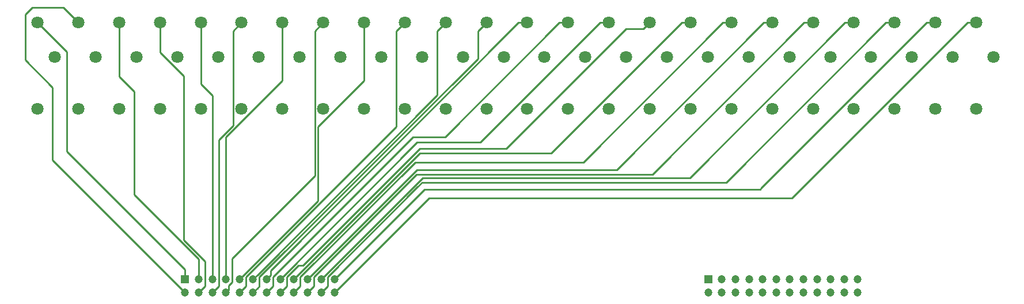
<source format=gbr>
G04 #@! TF.GenerationSoftware,KiCad,Pcbnew,(5.0.0)*
G04 #@! TF.CreationDate,2019-02-27T09:15:48+01:00*
G04 #@! TF.ProjectId,Potentiometer_mount_24LED,506F74656E74696F6D657465725F6D6F,rev?*
G04 #@! TF.SameCoordinates,Original*
G04 #@! TF.FileFunction,Copper,L1,Top,Signal*
G04 #@! TF.FilePolarity,Positive*
%FSLAX46Y46*%
G04 Gerber Fmt 4.6, Leading zero omitted, Abs format (unit mm)*
G04 Created by KiCad (PCBNEW (5.0.0)) date 02/27/19 09:15:48*
%MOMM*%
%LPD*%
G01*
G04 APERTURE LIST*
G04 #@! TA.AperFunction,ComponentPad*
%ADD10C,1.800000*%
G04 #@! TD*
G04 #@! TA.AperFunction,ComponentPad*
%ADD11C,1.200000*%
G04 #@! TD*
G04 #@! TA.AperFunction,ComponentPad*
%ADD12R,1.200000X1.200000*%
G04 #@! TD*
G04 #@! TA.AperFunction,Conductor*
%ADD13C,0.250000*%
G04 #@! TD*
G04 APERTURE END LIST*
D10*
G04 #@! TO.P,LED 1,3*
G04 #@! TO.N,Net-(J1-Pad1)*
X20000000Y-47300000D03*
G04 #@! TO.P,LED 1,2*
G04 #@! TO.N,Net-(J2-Pad1)*
X22540000Y-52380000D03*
G04 #@! TO.P,LED 1,1*
G04 #@! TO.N,Net-(RV1-Pad1)*
X20000000Y-60000000D03*
G04 #@! TD*
G04 #@! TO.P,LED 2,1*
G04 #@! TO.N,Net-(RV2-Pad1)*
X26000000Y-60000000D03*
G04 #@! TO.P,LED 2,2*
G04 #@! TO.N,Net-(J2-Pad2)*
X28540000Y-52380000D03*
G04 #@! TO.P,LED 2,3*
G04 #@! TO.N,Net-(J1-Pad2)*
X26000000Y-47300000D03*
G04 #@! TD*
G04 #@! TO.P,LED 3,3*
G04 #@! TO.N,Net-(J1-Pad3)*
X32000000Y-47300000D03*
G04 #@! TO.P,LED 3,2*
G04 #@! TO.N,Net-(J2-Pad3)*
X34540000Y-52380000D03*
G04 #@! TO.P,LED 3,1*
G04 #@! TO.N,Net-(RV3-Pad1)*
X32000000Y-60000000D03*
G04 #@! TD*
G04 #@! TO.P,LED 4,1*
G04 #@! TO.N,Net-(RV4-Pad1)*
X38000000Y-60000000D03*
G04 #@! TO.P,LED 4,2*
G04 #@! TO.N,Net-(J2-Pad4)*
X40540000Y-52380000D03*
G04 #@! TO.P,LED 4,3*
G04 #@! TO.N,Net-(J1-Pad4)*
X38000000Y-47300000D03*
G04 #@! TD*
D11*
G04 #@! TO.P,From Stimulator,24*
G04 #@! TO.N,Net-(J1-Pad24)*
X63700000Y-87000000D03*
G04 #@! TO.P,From Stimulator,22*
G04 #@! TO.N,Net-(J1-Pad22)*
X61700000Y-87000000D03*
G04 #@! TO.P,From Stimulator,20*
G04 #@! TO.N,Net-(J1-Pad20)*
X59700000Y-87000000D03*
G04 #@! TO.P,From Stimulator,18*
G04 #@! TO.N,Net-(J1-Pad18)*
X57700000Y-87000000D03*
G04 #@! TO.P,From Stimulator,16*
G04 #@! TO.N,Net-(J1-Pad16)*
X55700000Y-87000000D03*
G04 #@! TO.P,From Stimulator,14*
G04 #@! TO.N,Net-(J1-Pad14)*
X53700000Y-87000000D03*
G04 #@! TO.P,From Stimulator,12*
G04 #@! TO.N,Net-(J1-Pad12)*
X51700000Y-87000000D03*
G04 #@! TO.P,From Stimulator,10*
G04 #@! TO.N,Net-(J1-Pad10)*
X49700000Y-87000000D03*
G04 #@! TO.P,From Stimulator,8*
G04 #@! TO.N,Net-(J1-Pad8)*
X47700000Y-87000000D03*
G04 #@! TO.P,From Stimulator,6*
G04 #@! TO.N,Net-(J1-Pad6)*
X45700000Y-87000000D03*
G04 #@! TO.P,From Stimulator,4*
G04 #@! TO.N,Net-(J1-Pad4)*
X43700000Y-87000000D03*
G04 #@! TO.P,From Stimulator,2*
G04 #@! TO.N,Net-(J1-Pad2)*
X41700000Y-87000000D03*
G04 #@! TO.P,From Stimulator,23*
G04 #@! TO.N,Net-(J1-Pad23)*
X63700000Y-85000000D03*
G04 #@! TO.P,From Stimulator,21*
G04 #@! TO.N,Net-(J1-Pad21)*
X61700000Y-85000000D03*
G04 #@! TO.P,From Stimulator,19*
G04 #@! TO.N,Net-(J1-Pad19)*
X59700000Y-85000000D03*
G04 #@! TO.P,From Stimulator,17*
G04 #@! TO.N,Net-(J1-Pad17)*
X57700000Y-85000000D03*
G04 #@! TO.P,From Stimulator,15*
G04 #@! TO.N,Net-(J1-Pad15)*
X55700000Y-85000000D03*
G04 #@! TO.P,From Stimulator,13*
G04 #@! TO.N,Net-(J1-Pad13)*
X53700000Y-85000000D03*
G04 #@! TO.P,From Stimulator,11*
G04 #@! TO.N,Net-(J1-Pad11)*
X51700000Y-85000000D03*
G04 #@! TO.P,From Stimulator,9*
G04 #@! TO.N,Net-(J1-Pad9)*
X49700000Y-85000000D03*
G04 #@! TO.P,From Stimulator,7*
G04 #@! TO.N,Net-(J1-Pad7)*
X47700000Y-85000000D03*
G04 #@! TO.P,From Stimulator,5*
G04 #@! TO.N,Net-(J1-Pad5)*
X45700000Y-85000000D03*
G04 #@! TO.P,From Stimulator,3*
G04 #@! TO.N,Net-(J1-Pad3)*
X43700000Y-85000000D03*
D12*
G04 #@! TO.P,From Stimulator,1*
G04 #@! TO.N,Net-(J1-Pad1)*
X41700000Y-85000000D03*
G04 #@! TD*
G04 #@! TO.P,To LED,1*
G04 #@! TO.N,Net-(J2-Pad1)*
X118600000Y-85000000D03*
D11*
G04 #@! TO.P,To LED,3*
G04 #@! TO.N,Net-(J2-Pad3)*
X120600000Y-85000000D03*
G04 #@! TO.P,To LED,5*
G04 #@! TO.N,Net-(J2-Pad5)*
X122600000Y-85000000D03*
G04 #@! TO.P,To LED,7*
G04 #@! TO.N,Net-(J2-Pad7)*
X124600000Y-85000000D03*
G04 #@! TO.P,To LED,9*
G04 #@! TO.N,Net-(J2-Pad9)*
X126600000Y-85000000D03*
G04 #@! TO.P,To LED,11*
G04 #@! TO.N,Net-(J2-Pad11)*
X128600000Y-85000000D03*
G04 #@! TO.P,To LED,13*
G04 #@! TO.N,Net-(J2-Pad13)*
X130600000Y-85000000D03*
G04 #@! TO.P,To LED,15*
G04 #@! TO.N,Net-(J2-Pad15)*
X132600000Y-85000000D03*
G04 #@! TO.P,To LED,17*
G04 #@! TO.N,Net-(J2-Pad17)*
X134600000Y-85000000D03*
G04 #@! TO.P,To LED,19*
G04 #@! TO.N,Net-(J2-Pad19)*
X136600000Y-85000000D03*
G04 #@! TO.P,To LED,21*
G04 #@! TO.N,Net-(J2-Pad21)*
X138600000Y-85000000D03*
G04 #@! TO.P,To LED,23*
G04 #@! TO.N,Net-(J2-Pad23)*
X140600000Y-85000000D03*
G04 #@! TO.P,To LED,2*
G04 #@! TO.N,Net-(J2-Pad2)*
X118600000Y-87000000D03*
G04 #@! TO.P,To LED,4*
G04 #@! TO.N,Net-(J2-Pad4)*
X120600000Y-87000000D03*
G04 #@! TO.P,To LED,6*
G04 #@! TO.N,Net-(J2-Pad6)*
X122600000Y-87000000D03*
G04 #@! TO.P,To LED,8*
G04 #@! TO.N,Net-(J2-Pad8)*
X124600000Y-87000000D03*
G04 #@! TO.P,To LED,10*
G04 #@! TO.N,Net-(J2-Pad10)*
X126600000Y-87000000D03*
G04 #@! TO.P,To LED,12*
G04 #@! TO.N,Net-(J2-Pad12)*
X128600000Y-87000000D03*
G04 #@! TO.P,To LED,14*
G04 #@! TO.N,Net-(J2-Pad14)*
X130600000Y-87000000D03*
G04 #@! TO.P,To LED,16*
G04 #@! TO.N,Net-(J2-Pad16)*
X132600000Y-87000000D03*
G04 #@! TO.P,To LED,18*
G04 #@! TO.N,Net-(J2-Pad18)*
X134600000Y-87000000D03*
G04 #@! TO.P,To LED,20*
G04 #@! TO.N,Net-(J2-Pad20)*
X136600000Y-87000000D03*
G04 #@! TO.P,To LED,22*
G04 #@! TO.N,Net-(J2-Pad22)*
X138600000Y-87000000D03*
G04 #@! TO.P,To LED,24*
G04 #@! TO.N,Net-(J2-Pad24)*
X140600000Y-87000000D03*
G04 #@! TD*
D10*
G04 #@! TO.P,LED 5,1*
G04 #@! TO.N,Net-(RV5-Pad1)*
X44000000Y-60000000D03*
G04 #@! TO.P,LED 5,2*
G04 #@! TO.N,Net-(J2-Pad5)*
X46540000Y-52380000D03*
G04 #@! TO.P,LED 5,3*
G04 #@! TO.N,Net-(J1-Pad5)*
X44000000Y-47300000D03*
G04 #@! TD*
G04 #@! TO.P,LED 6,3*
G04 #@! TO.N,Net-(J1-Pad6)*
X50000000Y-47300000D03*
G04 #@! TO.P,LED 6,2*
G04 #@! TO.N,Net-(J2-Pad6)*
X52540000Y-52380000D03*
G04 #@! TO.P,LED 6,1*
G04 #@! TO.N,Net-(RV6-Pad1)*
X50000000Y-60000000D03*
G04 #@! TD*
G04 #@! TO.P,LED 7,1*
G04 #@! TO.N,Net-(RV7-Pad1)*
X56000000Y-60000000D03*
G04 #@! TO.P,LED 7,2*
G04 #@! TO.N,Net-(J2-Pad7)*
X58540000Y-52380000D03*
G04 #@! TO.P,LED 7,3*
G04 #@! TO.N,Net-(J1-Pad7)*
X56000000Y-47300000D03*
G04 #@! TD*
G04 #@! TO.P,LED 8,3*
G04 #@! TO.N,Net-(J1-Pad8)*
X62000000Y-47300000D03*
G04 #@! TO.P,LED 8,2*
G04 #@! TO.N,Net-(J2-Pad8)*
X64540000Y-52380000D03*
G04 #@! TO.P,LED 8,1*
G04 #@! TO.N,Net-(RV8-Pad1)*
X62000000Y-60000000D03*
G04 #@! TD*
G04 #@! TO.P,LED 9,1*
G04 #@! TO.N,Net-(RV9-Pad1)*
X68000000Y-60000000D03*
G04 #@! TO.P,LED 9,2*
G04 #@! TO.N,Net-(J2-Pad9)*
X70540000Y-52380000D03*
G04 #@! TO.P,LED 9,3*
G04 #@! TO.N,Net-(J1-Pad9)*
X68000000Y-47300000D03*
G04 #@! TD*
G04 #@! TO.P,LED 10,3*
G04 #@! TO.N,Net-(J1-Pad10)*
X74000000Y-47300000D03*
G04 #@! TO.P,LED 10,2*
G04 #@! TO.N,Net-(J2-Pad10)*
X76540000Y-52380000D03*
G04 #@! TO.P,LED 10,1*
G04 #@! TO.N,Net-(RV10-Pad1)*
X74000000Y-60000000D03*
G04 #@! TD*
G04 #@! TO.P, LED 11,1*
G04 #@! TO.N,Net-(RV11-Pad1)*
X80000000Y-60000000D03*
G04 #@! TO.P, LED 11,2*
G04 #@! TO.N,Net-(J2-Pad11)*
X82540000Y-52380000D03*
G04 #@! TO.P, LED 11,3*
G04 #@! TO.N,Net-(J1-Pad11)*
X80000000Y-47300000D03*
G04 #@! TD*
G04 #@! TO.P,LED 12,1*
G04 #@! TO.N,Net-(RV12-Pad1)*
X86000000Y-60000000D03*
G04 #@! TO.P,LED 12,2*
G04 #@! TO.N,Net-(J2-Pad12)*
X88540000Y-52380000D03*
G04 #@! TO.P,LED 12,3*
G04 #@! TO.N,Net-(J1-Pad12)*
X86000000Y-47300000D03*
G04 #@! TD*
G04 #@! TO.P,LED 13,1*
G04 #@! TO.N,Net-(RV13-Pad1)*
X92000000Y-60000000D03*
G04 #@! TO.P,LED 13,2*
G04 #@! TO.N,Net-(J2-Pad13)*
X94540000Y-52380000D03*
G04 #@! TO.P,LED 13,3*
G04 #@! TO.N,Net-(J1-Pad13)*
X92000000Y-47300000D03*
G04 #@! TD*
G04 #@! TO.P,LED 14,3*
G04 #@! TO.N,Net-(J1-Pad14)*
X98000000Y-47300000D03*
G04 #@! TO.P,LED 14,2*
G04 #@! TO.N,Net-(J2-Pad14)*
X100540000Y-52380000D03*
G04 #@! TO.P,LED 14,1*
G04 #@! TO.N,Net-(RV14-Pad1)*
X98000000Y-60000000D03*
G04 #@! TD*
G04 #@! TO.P,LED 15,1*
G04 #@! TO.N,Net-(RV15-Pad1)*
X104000000Y-60000000D03*
G04 #@! TO.P,LED 15,2*
G04 #@! TO.N,Net-(J2-Pad15)*
X106540000Y-52380000D03*
G04 #@! TO.P,LED 15,3*
G04 #@! TO.N,Net-(J1-Pad15)*
X104000000Y-47300000D03*
G04 #@! TD*
G04 #@! TO.P,LED 16,3*
G04 #@! TO.N,Net-(J1-Pad16)*
X110000000Y-47300000D03*
G04 #@! TO.P,LED 16,2*
G04 #@! TO.N,Net-(J2-Pad16)*
X112540000Y-52380000D03*
G04 #@! TO.P,LED 16,1*
G04 #@! TO.N,Net-(RV16-Pad1)*
X110000000Y-60000000D03*
G04 #@! TD*
G04 #@! TO.P,LED 17,1*
G04 #@! TO.N,Net-(RV17-Pad1)*
X116000000Y-60000000D03*
G04 #@! TO.P,LED 17,2*
G04 #@! TO.N,Net-(J2-Pad17)*
X118540000Y-52380000D03*
G04 #@! TO.P,LED 17,3*
G04 #@! TO.N,Net-(J1-Pad17)*
X116000000Y-47300000D03*
G04 #@! TD*
G04 #@! TO.P,LED 18,3*
G04 #@! TO.N,Net-(J1-Pad18)*
X122000000Y-47300000D03*
G04 #@! TO.P,LED 18,2*
G04 #@! TO.N,Net-(J2-Pad18)*
X124540000Y-52380000D03*
G04 #@! TO.P,LED 18,1*
G04 #@! TO.N,Net-(RV18-Pad1)*
X122000000Y-60000000D03*
G04 #@! TD*
G04 #@! TO.P,LED 19,1*
G04 #@! TO.N,Net-(RV19-Pad1)*
X128000000Y-60000000D03*
G04 #@! TO.P,LED 19,2*
G04 #@! TO.N,Net-(J2-Pad19)*
X130540000Y-52380000D03*
G04 #@! TO.P,LED 19,3*
G04 #@! TO.N,Net-(J1-Pad19)*
X128000000Y-47300000D03*
G04 #@! TD*
G04 #@! TO.P,LED 20,3*
G04 #@! TO.N,Net-(J1-Pad20)*
X134000000Y-47300000D03*
G04 #@! TO.P,LED 20,2*
G04 #@! TO.N,Net-(J2-Pad20)*
X136540000Y-52380000D03*
G04 #@! TO.P,LED 20,1*
G04 #@! TO.N,Net-(RV20-Pad1)*
X134000000Y-60000000D03*
G04 #@! TD*
G04 #@! TO.P,LED 21,1*
G04 #@! TO.N,Net-(RV21-Pad1)*
X140000000Y-60000000D03*
G04 #@! TO.P,LED 21,2*
G04 #@! TO.N,Net-(J2-Pad21)*
X142540000Y-52380000D03*
G04 #@! TO.P,LED 21,3*
G04 #@! TO.N,Net-(J1-Pad21)*
X140000000Y-47300000D03*
G04 #@! TD*
G04 #@! TO.P,LED 22,3*
G04 #@! TO.N,Net-(J1-Pad22)*
X146000000Y-47300000D03*
G04 #@! TO.P,LED 22,2*
G04 #@! TO.N,Net-(J2-Pad22)*
X148540000Y-52380000D03*
G04 #@! TO.P,LED 22,1*
G04 #@! TO.N,Net-(RV22-Pad1)*
X146000000Y-60000000D03*
G04 #@! TD*
G04 #@! TO.P,LED 23,1*
G04 #@! TO.N,Net-(RV23-Pad1)*
X152000000Y-60000000D03*
G04 #@! TO.P,LED 23,2*
G04 #@! TO.N,Net-(J2-Pad23)*
X154540000Y-52380000D03*
G04 #@! TO.P,LED 23,3*
G04 #@! TO.N,Net-(J1-Pad23)*
X152000000Y-47300000D03*
G04 #@! TD*
G04 #@! TO.P,LED 24,3*
G04 #@! TO.N,Net-(J1-Pad24)*
X158000000Y-47300000D03*
G04 #@! TO.P,LED 24,2*
G04 #@! TO.N,Net-(J2-Pad24)*
X160540000Y-52380000D03*
G04 #@! TO.P,LED 24,1*
G04 #@! TO.N,Net-(RV24-Pad1)*
X158000000Y-60000000D03*
G04 #@! TD*
D13*
G04 #@! TO.N,Net-(J1-Pad1)*
X20000000Y-47300000D02*
X24300000Y-51600000D01*
X24300000Y-51600000D02*
X24300000Y-66200000D01*
X41700000Y-83600000D02*
X41700000Y-85000000D01*
X24300000Y-66200000D02*
X41700000Y-83600000D01*
G04 #@! TO.N,Net-(J1-Pad2)*
X22200000Y-67500000D02*
X41700000Y-87000000D01*
X23800000Y-45100000D02*
X19200000Y-45100000D01*
X26000000Y-47300000D02*
X23800000Y-45100000D01*
X19200000Y-45100000D02*
X18200000Y-46100000D01*
X18200000Y-46100000D02*
X18200000Y-52800000D01*
X18200000Y-52800000D02*
X22200000Y-56800000D01*
X22200000Y-56800000D02*
X22200000Y-67500000D01*
G04 #@! TO.N,Net-(J1-Pad3)*
X32000000Y-47300000D02*
X32000000Y-55200000D01*
X32000000Y-55200000D02*
X34200000Y-57400000D01*
X34200000Y-57400000D02*
X34200000Y-72600000D01*
X43700000Y-82100000D02*
X43700000Y-85000000D01*
X34200000Y-72600000D02*
X43700000Y-82100000D01*
G04 #@! TO.N,Net-(J1-Pad4)*
X44299999Y-86400001D02*
X43700000Y-87000000D01*
X44625001Y-86074999D02*
X44299999Y-86400001D01*
X44625001Y-82388591D02*
X44625001Y-86074999D01*
X41500000Y-79263590D02*
X44625001Y-82388591D01*
X41500000Y-55153002D02*
X41500000Y-79263590D01*
X38000000Y-51653002D02*
X41500000Y-55153002D01*
X38000000Y-47300000D02*
X38000000Y-51653002D01*
G04 #@! TO.N,Net-(J1-Pad24)*
X156727208Y-47300000D02*
X130927208Y-73100000D01*
X158000000Y-47300000D02*
X156727208Y-47300000D01*
X77600000Y-73100000D02*
X63700000Y-87000000D01*
X130927208Y-73100000D02*
X77600000Y-73100000D01*
G04 #@! TO.N,Net-(J1-Pad22)*
X62299999Y-86400001D02*
X61700000Y-87000000D01*
X62625001Y-86074999D02*
X62299999Y-86400001D01*
X62625001Y-84711409D02*
X62625001Y-86074999D01*
X76536410Y-70800000D02*
X75900000Y-71436410D01*
X121227208Y-70800000D02*
X76536410Y-70800000D01*
X144727208Y-47300000D02*
X121227208Y-70800000D01*
X146000000Y-47300000D02*
X144727208Y-47300000D01*
X75900000Y-71436410D02*
X62625001Y-84711409D01*
G04 #@! TO.N,Net-(J1-Pad20)*
X60299999Y-86400001D02*
X59700000Y-87000000D01*
X132727208Y-47300000D02*
X110427208Y-69600000D01*
X75736410Y-69600000D02*
X60625001Y-84711409D01*
X134000000Y-47300000D02*
X132727208Y-47300000D01*
X110427208Y-69600000D02*
X75736410Y-69600000D01*
X60625001Y-84711409D02*
X60625001Y-86074999D01*
X60625001Y-86074999D02*
X60299999Y-86400001D01*
G04 #@! TO.N,Net-(J1-Pad18)*
X120727208Y-47300000D02*
X122000000Y-47300000D01*
X100227208Y-67800000D02*
X120727208Y-47300000D01*
X75536410Y-67800000D02*
X100227208Y-67800000D01*
X58625001Y-84711409D02*
X75536410Y-67800000D01*
X57700000Y-87000000D02*
X58625001Y-86074999D01*
X58625001Y-86074999D02*
X58625001Y-84711409D01*
G04 #@! TO.N,Net-(J1-Pad16)*
X106533003Y-48199999D02*
X88933002Y-65800000D01*
X110000000Y-47300000D02*
X109100001Y-48199999D01*
X109100001Y-48199999D02*
X106533003Y-48199999D01*
X88933002Y-65800000D02*
X76200000Y-65800000D01*
X56299999Y-86400001D02*
X55700000Y-87000000D01*
X56625001Y-86074999D02*
X56299999Y-86400001D01*
X56625001Y-84711409D02*
X56625001Y-86074999D01*
X58336410Y-83000000D02*
X56625001Y-84711409D01*
X59000000Y-83000000D02*
X58336410Y-83000000D01*
X76200000Y-65800000D02*
X59000000Y-83000000D01*
G04 #@! TO.N,Net-(J1-Pad14)*
X96727208Y-47300000D02*
X79927208Y-64100000D01*
X98000000Y-47300000D02*
X96727208Y-47300000D01*
X54299999Y-86400001D02*
X53700000Y-87000000D01*
X54625001Y-86074999D02*
X54299999Y-86400001D01*
X54625001Y-84711409D02*
X54625001Y-86074999D01*
X75236410Y-64100000D02*
X54625001Y-84711409D01*
X79927208Y-64100000D02*
X75236410Y-64100000D01*
G04 #@! TO.N,Net-(J1-Pad12)*
X52299999Y-86400001D02*
X51700000Y-87000000D01*
X52625001Y-86074999D02*
X52299999Y-86400001D01*
X52625001Y-84711409D02*
X52625001Y-86074999D01*
X84774999Y-52561411D02*
X52625001Y-84711409D01*
X84774999Y-48525001D02*
X84774999Y-52561411D01*
X86000000Y-47300000D02*
X84774999Y-48525001D01*
G04 #@! TO.N,Net-(J1-Pad10)*
X50299999Y-86400001D02*
X49700000Y-87000000D01*
X50625001Y-86074999D02*
X50299999Y-86400001D01*
X50625001Y-84711409D02*
X50625001Y-86074999D01*
X72774999Y-62561411D02*
X50625001Y-84711409D01*
X72774999Y-48525001D02*
X72774999Y-62561411D01*
X74000000Y-47300000D02*
X72774999Y-48525001D01*
G04 #@! TO.N,Net-(J1-Pad8)*
X48100000Y-86600000D02*
X47700000Y-87000000D01*
X48625001Y-85444001D02*
X48100000Y-85969002D01*
X48100000Y-85969002D02*
X48100000Y-86600000D01*
X60774999Y-69825001D02*
X48625001Y-81974999D01*
X48625001Y-81974999D02*
X48625001Y-85444001D01*
X60774999Y-48525001D02*
X60774999Y-69825001D01*
X62000000Y-47300000D02*
X60774999Y-48525001D01*
G04 #@! TO.N,Net-(J1-Pad6)*
X46299999Y-86400001D02*
X45700000Y-87000000D01*
X46625001Y-86074999D02*
X46299999Y-86400001D01*
X46625001Y-64551591D02*
X46625001Y-86074999D01*
X48774999Y-62401593D02*
X46625001Y-64551591D01*
X48774999Y-48525001D02*
X48774999Y-62401593D01*
X50000000Y-47300000D02*
X48774999Y-48525001D01*
G04 #@! TO.N,Net-(J1-Pad23)*
X152000000Y-47300000D02*
X150727208Y-47300000D01*
X126227208Y-71800000D02*
X126427208Y-71600000D01*
X76900000Y-71800000D02*
X126227208Y-71800000D01*
X63700000Y-85000000D02*
X76900000Y-71800000D01*
X150727208Y-47300000D02*
X126427208Y-71600000D01*
X126427208Y-71600000D02*
X126327208Y-71700000D01*
G04 #@! TO.N,Net-(J1-Pad21)*
X138727208Y-47300000D02*
X115927208Y-70100000D01*
X140000000Y-47300000D02*
X138727208Y-47300000D01*
X76600000Y-70100000D02*
X61700000Y-85000000D01*
X115927208Y-70100000D02*
X76600000Y-70100000D01*
G04 #@! TO.N,Net-(J1-Pad19)*
X126727208Y-47300000D02*
X128000000Y-47300000D01*
X105127208Y-68900000D02*
X126727208Y-47300000D01*
X59700000Y-85000000D02*
X75800000Y-68900000D01*
X75800000Y-68900000D02*
X105127208Y-68900000D01*
G04 #@! TO.N,Net-(J1-Pad17)*
X76200000Y-66500000D02*
X57700000Y-85000000D01*
X95527208Y-66500000D02*
X76200000Y-66500000D01*
X116000000Y-47300000D02*
X114727208Y-47300000D01*
X114727208Y-47300000D02*
X95527208Y-66500000D01*
G04 #@! TO.N,Net-(J1-Pad15)*
X102727208Y-47300000D02*
X85127208Y-64900000D01*
X104000000Y-47300000D02*
X102727208Y-47300000D01*
X75800000Y-64900000D02*
X55700000Y-85000000D01*
X85127208Y-64900000D02*
X75800000Y-64900000D01*
G04 #@! TO.N,Net-(J1-Pad13)*
X54299999Y-84400001D02*
X53700000Y-85000000D01*
X54299999Y-83727209D02*
X54299999Y-84400001D01*
X90727208Y-47300000D02*
X54299999Y-83727209D01*
X92000000Y-47300000D02*
X90727208Y-47300000D01*
G04 #@! TO.N,Net-(J1-Pad11)*
X52299999Y-84400001D02*
X51700000Y-85000000D01*
X78774999Y-57925001D02*
X52299999Y-84400001D01*
X78774999Y-48525001D02*
X78774999Y-57925001D01*
X80000000Y-47300000D02*
X78774999Y-48525001D01*
G04 #@! TO.N,Net-(J1-Pad9)*
X50299999Y-84400001D02*
X49700000Y-85000000D01*
X61225009Y-73474991D02*
X50299999Y-84400001D01*
X61225009Y-62587993D02*
X61225009Y-73474991D01*
X68000000Y-55813002D02*
X61225009Y-62587993D01*
X68000000Y-47300000D02*
X68000000Y-55813002D01*
G04 #@! TO.N,Net-(J1-Pad7)*
X47700000Y-84151472D02*
X47700000Y-85000000D01*
X47700000Y-64113002D02*
X47700000Y-84151472D01*
X56000000Y-55813002D02*
X47700000Y-64113002D01*
X56000000Y-47300000D02*
X56000000Y-55813002D01*
G04 #@! TO.N,Net-(J1-Pad5)*
X45700000Y-58000000D02*
X45700000Y-85000000D01*
X44000000Y-47300000D02*
X44000000Y-56300000D01*
X44000000Y-56300000D02*
X45700000Y-58000000D01*
G04 #@! TD*
M02*

</source>
